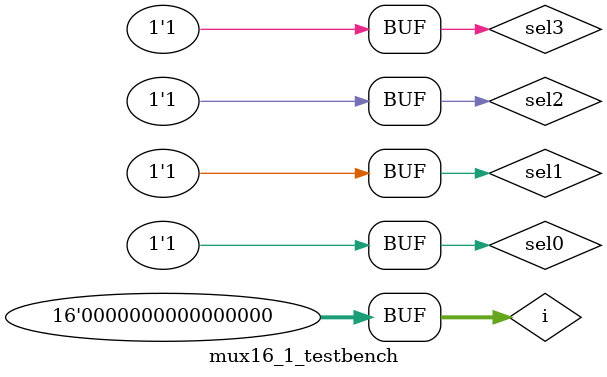
<source format=sv>
`timescale 1ps/1ps
module mux16_1(i, sel0, sel1, sel2, sel3, out);
					
	input logic [15:0] i;
	input logic sel0, sel1, sel2, sel3;
	output logic out;
	
	logic v0, v1, v2, v3;
	
	mux4_1 m0 (.i00(i[0]), .i01(i[1]), .i10(i[2]), .i11(i[3]), .sel1(sel1), .sel0(sel0), 
			     .out(v0));
	mux4_1 m1 (.i00(i[4]), .i01(i[5]), .i10(i[6]), .i11(i[7]), .sel1(sel1), .sel0(sel0), 
			     .out(v1));
	mux4_1 m2 (.i00(i[8]), .i01(i[9]), .i10(i[10]), .i11(i[11]), .sel1(sel1), .sel0(sel0),
			     .out(v2));
	mux4_1 m3 (.i00(i[12]), .i01(i[13]), .i10(i[14]), .i11(i[15]), .sel1(sel1), .sel0(sel0), 
			     .out(v3));
	mux4_1 m4 (.i00(v0), .i01(v1), .i10(v2), .i11(v3), .sel1(sel3), .sel0(sel2), 
			     .out(out));
endmodule

module mux16_1_testbench();
	logic [15:0] i;
   logic sel0, sel1, sel2, sel3;
	logic out;
 
	mux16_1 dut (.*);
	
	initial begin
		// Set all to zero
		{i, sel0, sel1, sel2, sel3} = 0; 		#100;
	
		// Mux 1 tests
		// Test 0th entry in mux 1 -> OVERALL ENTRY 0
		{sel3, sel2, sel1, sel0} = 0;
		i[0] = 1; 											#100;
		i[0] = 0; 											#100;
		// Test 2nd entry in mux 1 -> OVERALL ENTRY 2
		{sel3, sel2, sel1, sel0} = 2;
		i[2] = 1; 											#100;
		i[2] = 0; 											#100;
		// End Mux 1 tests
		
		// Mux 2 tests
		// Test 1st entry in mux 2 -> OVERALL ENTRY 5
		{sel3, sel2, sel1, sel0} = 5;
		i[5] = 1; 											#100;
		i[5] = 0;											#100;
		// Test 3rd entry in mux 2 -> OVERALL ENTRY 7
		{sel3, sel2, sel1, sel0} = 7;
		i[7] = 1; 											#100;
		i[7] = 0; 											#100;
		// End Mux 2 tests
		
		// Mux 3 tests
		// Test 0th entry in mux 3 -> OVERALL ENTRY 8
		{sel3, sel2, sel1, sel0} = 8;
		i[8] = 1; 											#100;
		i[8] = 0; 											#100;
		// Test 2nd entry in mux 3 -> OVERALL ENTRY 10
		{sel3, sel2, sel1, sel0} = 10;
		i[10] = 1; 										#100;
		i[10] = 0;											#100;
		// End Mux 3 tests
		
		// Mux 4 tests
		// Test 1st entry in mux 4 -> OVERALL ENTRY 13
		{sel3, sel2, sel1, sel0} = 13;
		i[13] = 1; 										#100;
		i[13] = 0; 										#100;
		// Test 4th entry in mux 4 -> OVERALL ENTRY 15
		{sel0, sel1, sel2, sel3} = 15;
		i[15] = 1; 										#100;
		i[15] = 0;											#100;
		// End Mux 4 tests
	end
endmodule
</source>
